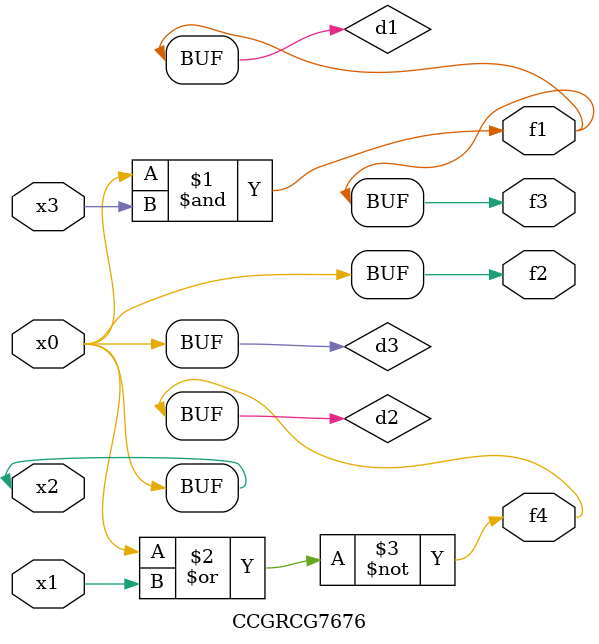
<source format=v>
module CCGRCG7676(
	input x0, x1, x2, x3,
	output f1, f2, f3, f4
);

	wire d1, d2, d3;

	and (d1, x2, x3);
	nor (d2, x0, x1);
	buf (d3, x0, x2);
	assign f1 = d1;
	assign f2 = d3;
	assign f3 = d1;
	assign f4 = d2;
endmodule

</source>
